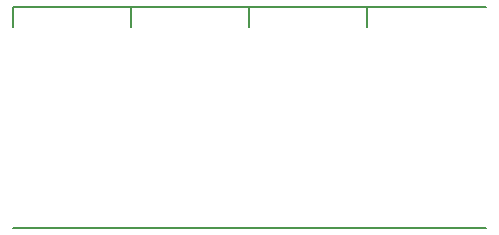
<source format=gbr>
%TF.GenerationSoftware,KiCad,Pcbnew,9.0.6*%
%TF.CreationDate,2025-12-12T15:58:06+01:00*%
%TF.ProjectId,nsm4202A_MAN3910,6e736d34-3230-4324-915f-4d414e333931,rev?*%
%TF.SameCoordinates,Original*%
%TF.FileFunction,Legend,Top*%
%TF.FilePolarity,Positive*%
%FSLAX46Y46*%
G04 Gerber Fmt 4.6, Leading zero omitted, Abs format (unit mm)*
G04 Created by KiCad (PCBNEW 9.0.6) date 2025-12-12 15:58:06*
%MOMM*%
%LPD*%
G01*
G04 APERTURE LIST*
%ADD10C,0.200000*%
G04 APERTURE END LIST*
D10*
%TO.C,DS4*%
X130205000Y-77765400D02*
X130205000Y-79520400D01*
X130205000Y-96515400D02*
X140255000Y-96515400D01*
X140255000Y-77765400D02*
X130205000Y-77765400D01*
%TO.C,DS1*%
X100205000Y-77765400D02*
X100205000Y-79520400D01*
X100205000Y-96515400D02*
X110255000Y-96515400D01*
X110255000Y-77765400D02*
X100205000Y-77765400D01*
%TO.C,DS2*%
X110205000Y-77765400D02*
X110205000Y-79520400D01*
X110205000Y-96515400D02*
X120255000Y-96515400D01*
X120255000Y-77765400D02*
X110205000Y-77765400D01*
%TO.C,DS3*%
X120205000Y-77765400D02*
X120205000Y-79520400D01*
X120205000Y-96515400D02*
X130255000Y-96515400D01*
X130255000Y-77765400D02*
X120205000Y-77765400D01*
%TD*%
M02*

</source>
